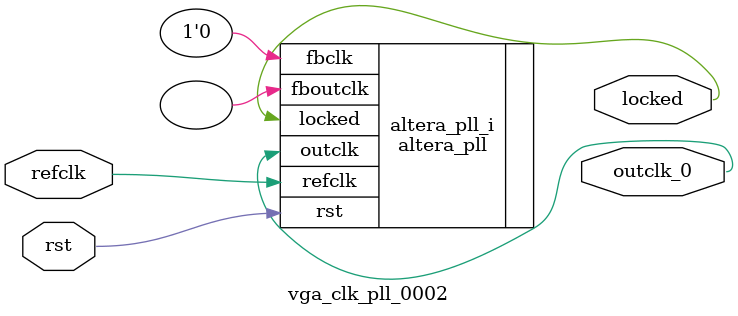
<source format=v>
`timescale 1ns/10ps
module  vga_clk_pll_0002(

	// interface 'refclk'
	input wire refclk,

	// interface 'reset'
	input wire rst,

	// interface 'outclk0'
	output wire outclk_0,

	// interface 'locked'
	output wire locked
);

	altera_pll #(
		.fractional_vco_multiplier("true"),
		.reference_clock_frequency("50.0 MHz"),
		.operation_mode("direct"),
		.number_of_clocks(1),
		.output_clock_frequency0("25.175000 MHz"),
		.phase_shift0("0 ps"),
		.duty_cycle0(50),
		.output_clock_frequency1("0 MHz"),
		.phase_shift1("0 ps"),
		.duty_cycle1(50),
		.output_clock_frequency2("0 MHz"),
		.phase_shift2("0 ps"),
		.duty_cycle2(50),
		.output_clock_frequency3("0 MHz"),
		.phase_shift3("0 ps"),
		.duty_cycle3(50),
		.output_clock_frequency4("0 MHz"),
		.phase_shift4("0 ps"),
		.duty_cycle4(50),
		.output_clock_frequency5("0 MHz"),
		.phase_shift5("0 ps"),
		.duty_cycle5(50),
		.output_clock_frequency6("0 MHz"),
		.phase_shift6("0 ps"),
		.duty_cycle6(50),
		.output_clock_frequency7("0 MHz"),
		.phase_shift7("0 ps"),
		.duty_cycle7(50),
		.output_clock_frequency8("0 MHz"),
		.phase_shift8("0 ps"),
		.duty_cycle8(50),
		.output_clock_frequency9("0 MHz"),
		.phase_shift9("0 ps"),
		.duty_cycle9(50),
		.output_clock_frequency10("0 MHz"),
		.phase_shift10("0 ps"),
		.duty_cycle10(50),
		.output_clock_frequency11("0 MHz"),
		.phase_shift11("0 ps"),
		.duty_cycle11(50),
		.output_clock_frequency12("0 MHz"),
		.phase_shift12("0 ps"),
		.duty_cycle12(50),
		.output_clock_frequency13("0 MHz"),
		.phase_shift13("0 ps"),
		.duty_cycle13(50),
		.output_clock_frequency14("0 MHz"),
		.phase_shift14("0 ps"),
		.duty_cycle14(50),
		.output_clock_frequency15("0 MHz"),
		.phase_shift15("0 ps"),
		.duty_cycle15(50),
		.output_clock_frequency16("0 MHz"),
		.phase_shift16("0 ps"),
		.duty_cycle16(50),
		.output_clock_frequency17("0 MHz"),
		.phase_shift17("0 ps"),
		.duty_cycle17(50),
		.pll_type("General"),
		.pll_subtype("General")
	) altera_pll_i (
		.rst	(rst),
		.outclk	({outclk_0}),
		.locked	(locked),
		.fboutclk	( ),
		.fbclk	(1'b0),
		.refclk	(refclk)
	);
endmodule


</source>
